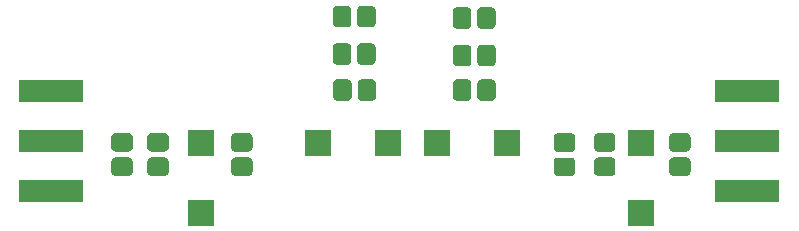
<source format=gbr>
G04 #@! TF.GenerationSoftware,KiCad,Pcbnew,(6.0.0-rc1-dev-305-gf0b8b21)*
G04 #@! TF.CreationDate,2020-01-21T15:09:04-08:00*
G04 #@! TF.ProjectId,3rd Order Inverse Chebyshev,337264204F7264657220496E76657273,rev?*
G04 #@! TF.SameCoordinates,Original*
G04 #@! TF.FileFunction,Soldermask,Top*
G04 #@! TF.FilePolarity,Negative*
%FSLAX46Y46*%
G04 Gerber Fmt 4.6, Leading zero omitted, Abs format (unit mm)*
G04 Created by KiCad (PCBNEW (6.0.0-rc1-dev-305-gf0b8b21)) date Tuesday, January 21, 2020 at 03:09:04 PM*
%MOMM*%
%LPD*%
G01*
G04 APERTURE LIST*
%ADD10C,0.100000*%
%ADD11C,1.550000*%
%ADD12R,2.178000X2.178000*%
%ADD13R,5.480000X1.900000*%
G04 APERTURE END LIST*
D10*
G04 #@! TO.C,C1*
G36*
X128240071Y-42524623D02*
X128272781Y-42529475D01*
X128304857Y-42537509D01*
X128335991Y-42548649D01*
X128365884Y-42562787D01*
X128394247Y-42579787D01*
X128420807Y-42599485D01*
X128445308Y-42621692D01*
X128467515Y-42646193D01*
X128487213Y-42672753D01*
X128504213Y-42701116D01*
X128518351Y-42731009D01*
X128529491Y-42762143D01*
X128537525Y-42794219D01*
X128542377Y-42826929D01*
X128544000Y-42859956D01*
X128544000Y-43736044D01*
X128542377Y-43769071D01*
X128537525Y-43801781D01*
X128529491Y-43833857D01*
X128518351Y-43864991D01*
X128504213Y-43894884D01*
X128487213Y-43923247D01*
X128467515Y-43949807D01*
X128445308Y-43974308D01*
X128420807Y-43996515D01*
X128394247Y-44016213D01*
X128365884Y-44033213D01*
X128335991Y-44047351D01*
X128304857Y-44058491D01*
X128272781Y-44066525D01*
X128240071Y-44071377D01*
X128207044Y-44073000D01*
X127080956Y-44073000D01*
X127047929Y-44071377D01*
X127015219Y-44066525D01*
X126983143Y-44058491D01*
X126952009Y-44047351D01*
X126922116Y-44033213D01*
X126893753Y-44016213D01*
X126867193Y-43996515D01*
X126842692Y-43974308D01*
X126820485Y-43949807D01*
X126800787Y-43923247D01*
X126783787Y-43894884D01*
X126769649Y-43864991D01*
X126758509Y-43833857D01*
X126750475Y-43801781D01*
X126745623Y-43769071D01*
X126744000Y-43736044D01*
X126744000Y-42859956D01*
X126745623Y-42826929D01*
X126750475Y-42794219D01*
X126758509Y-42762143D01*
X126769649Y-42731009D01*
X126783787Y-42701116D01*
X126800787Y-42672753D01*
X126820485Y-42646193D01*
X126842692Y-42621692D01*
X126867193Y-42599485D01*
X126893753Y-42579787D01*
X126922116Y-42562787D01*
X126952009Y-42548649D01*
X126983143Y-42537509D01*
X127015219Y-42529475D01*
X127047929Y-42524623D01*
X127080956Y-42523000D01*
X128207044Y-42523000D01*
X128240071Y-42524623D01*
X128240071Y-42524623D01*
G37*
D11*
X127644000Y-43298000D03*
D10*
G36*
X128240071Y-44574623D02*
X128272781Y-44579475D01*
X128304857Y-44587509D01*
X128335991Y-44598649D01*
X128365884Y-44612787D01*
X128394247Y-44629787D01*
X128420807Y-44649485D01*
X128445308Y-44671692D01*
X128467515Y-44696193D01*
X128487213Y-44722753D01*
X128504213Y-44751116D01*
X128518351Y-44781009D01*
X128529491Y-44812143D01*
X128537525Y-44844219D01*
X128542377Y-44876929D01*
X128544000Y-44909956D01*
X128544000Y-45786044D01*
X128542377Y-45819071D01*
X128537525Y-45851781D01*
X128529491Y-45883857D01*
X128518351Y-45914991D01*
X128504213Y-45944884D01*
X128487213Y-45973247D01*
X128467515Y-45999807D01*
X128445308Y-46024308D01*
X128420807Y-46046515D01*
X128394247Y-46066213D01*
X128365884Y-46083213D01*
X128335991Y-46097351D01*
X128304857Y-46108491D01*
X128272781Y-46116525D01*
X128240071Y-46121377D01*
X128207044Y-46123000D01*
X127080956Y-46123000D01*
X127047929Y-46121377D01*
X127015219Y-46116525D01*
X126983143Y-46108491D01*
X126952009Y-46097351D01*
X126922116Y-46083213D01*
X126893753Y-46066213D01*
X126867193Y-46046515D01*
X126842692Y-46024308D01*
X126820485Y-45999807D01*
X126800787Y-45973247D01*
X126783787Y-45944884D01*
X126769649Y-45914991D01*
X126758509Y-45883857D01*
X126750475Y-45851781D01*
X126745623Y-45819071D01*
X126744000Y-45786044D01*
X126744000Y-44909956D01*
X126745623Y-44876929D01*
X126750475Y-44844219D01*
X126758509Y-44812143D01*
X126769649Y-44781009D01*
X126783787Y-44751116D01*
X126800787Y-44722753D01*
X126820485Y-44696193D01*
X126842692Y-44671692D01*
X126867193Y-44649485D01*
X126893753Y-44629787D01*
X126922116Y-44612787D01*
X126952009Y-44598649D01*
X126983143Y-44587509D01*
X127015219Y-44579475D01*
X127047929Y-44574623D01*
X127080956Y-44573000D01*
X128207044Y-44573000D01*
X128240071Y-44574623D01*
X128240071Y-44574623D01*
G37*
D11*
X127644000Y-45348000D03*
G04 #@! TD*
D10*
G04 #@! TO.C,C2*
G36*
X131288071Y-44574623D02*
X131320781Y-44579475D01*
X131352857Y-44587509D01*
X131383991Y-44598649D01*
X131413884Y-44612787D01*
X131442247Y-44629787D01*
X131468807Y-44649485D01*
X131493308Y-44671692D01*
X131515515Y-44696193D01*
X131535213Y-44722753D01*
X131552213Y-44751116D01*
X131566351Y-44781009D01*
X131577491Y-44812143D01*
X131585525Y-44844219D01*
X131590377Y-44876929D01*
X131592000Y-44909956D01*
X131592000Y-45786044D01*
X131590377Y-45819071D01*
X131585525Y-45851781D01*
X131577491Y-45883857D01*
X131566351Y-45914991D01*
X131552213Y-45944884D01*
X131535213Y-45973247D01*
X131515515Y-45999807D01*
X131493308Y-46024308D01*
X131468807Y-46046515D01*
X131442247Y-46066213D01*
X131413884Y-46083213D01*
X131383991Y-46097351D01*
X131352857Y-46108491D01*
X131320781Y-46116525D01*
X131288071Y-46121377D01*
X131255044Y-46123000D01*
X130128956Y-46123000D01*
X130095929Y-46121377D01*
X130063219Y-46116525D01*
X130031143Y-46108491D01*
X130000009Y-46097351D01*
X129970116Y-46083213D01*
X129941753Y-46066213D01*
X129915193Y-46046515D01*
X129890692Y-46024308D01*
X129868485Y-45999807D01*
X129848787Y-45973247D01*
X129831787Y-45944884D01*
X129817649Y-45914991D01*
X129806509Y-45883857D01*
X129798475Y-45851781D01*
X129793623Y-45819071D01*
X129792000Y-45786044D01*
X129792000Y-44909956D01*
X129793623Y-44876929D01*
X129798475Y-44844219D01*
X129806509Y-44812143D01*
X129817649Y-44781009D01*
X129831787Y-44751116D01*
X129848787Y-44722753D01*
X129868485Y-44696193D01*
X129890692Y-44671692D01*
X129915193Y-44649485D01*
X129941753Y-44629787D01*
X129970116Y-44612787D01*
X130000009Y-44598649D01*
X130031143Y-44587509D01*
X130063219Y-44579475D01*
X130095929Y-44574623D01*
X130128956Y-44573000D01*
X131255044Y-44573000D01*
X131288071Y-44574623D01*
X131288071Y-44574623D01*
G37*
D11*
X130692000Y-45348000D03*
D10*
G36*
X131288071Y-42524623D02*
X131320781Y-42529475D01*
X131352857Y-42537509D01*
X131383991Y-42548649D01*
X131413884Y-42562787D01*
X131442247Y-42579787D01*
X131468807Y-42599485D01*
X131493308Y-42621692D01*
X131515515Y-42646193D01*
X131535213Y-42672753D01*
X131552213Y-42701116D01*
X131566351Y-42731009D01*
X131577491Y-42762143D01*
X131585525Y-42794219D01*
X131590377Y-42826929D01*
X131592000Y-42859956D01*
X131592000Y-43736044D01*
X131590377Y-43769071D01*
X131585525Y-43801781D01*
X131577491Y-43833857D01*
X131566351Y-43864991D01*
X131552213Y-43894884D01*
X131535213Y-43923247D01*
X131515515Y-43949807D01*
X131493308Y-43974308D01*
X131468807Y-43996515D01*
X131442247Y-44016213D01*
X131413884Y-44033213D01*
X131383991Y-44047351D01*
X131352857Y-44058491D01*
X131320781Y-44066525D01*
X131288071Y-44071377D01*
X131255044Y-44073000D01*
X130128956Y-44073000D01*
X130095929Y-44071377D01*
X130063219Y-44066525D01*
X130031143Y-44058491D01*
X130000009Y-44047351D01*
X129970116Y-44033213D01*
X129941753Y-44016213D01*
X129915193Y-43996515D01*
X129890692Y-43974308D01*
X129868485Y-43949807D01*
X129848787Y-43923247D01*
X129831787Y-43894884D01*
X129817649Y-43864991D01*
X129806509Y-43833857D01*
X129798475Y-43801781D01*
X129793623Y-43769071D01*
X129792000Y-43736044D01*
X129792000Y-42859956D01*
X129793623Y-42826929D01*
X129798475Y-42794219D01*
X129806509Y-42762143D01*
X129817649Y-42731009D01*
X129831787Y-42701116D01*
X129848787Y-42672753D01*
X129868485Y-42646193D01*
X129890692Y-42621692D01*
X129915193Y-42599485D01*
X129941753Y-42579787D01*
X129970116Y-42562787D01*
X130000009Y-42548649D01*
X130031143Y-42537509D01*
X130063219Y-42529475D01*
X130095929Y-42524623D01*
X130128956Y-42523000D01*
X131255044Y-42523000D01*
X131288071Y-42524623D01*
X131288071Y-42524623D01*
G37*
D11*
X130692000Y-43298000D03*
G04 #@! TD*
D12*
G04 #@! TO.C,C3*
X134366000Y-43307000D03*
X134366000Y-49242472D03*
G04 #@! TD*
G04 #@! TO.C,C5*
X144272000Y-43307000D03*
X150207472Y-43307000D03*
G04 #@! TD*
G04 #@! TO.C,C7*
X160274000Y-43307000D03*
X154338528Y-43307000D03*
G04 #@! TD*
D10*
G04 #@! TO.C,C8*
G36*
X175475071Y-42524623D02*
X175507781Y-42529475D01*
X175539857Y-42537509D01*
X175570991Y-42548649D01*
X175600884Y-42562787D01*
X175629247Y-42579787D01*
X175655807Y-42599485D01*
X175680308Y-42621692D01*
X175702515Y-42646193D01*
X175722213Y-42672753D01*
X175739213Y-42701116D01*
X175753351Y-42731009D01*
X175764491Y-42762143D01*
X175772525Y-42794219D01*
X175777377Y-42826929D01*
X175779000Y-42859956D01*
X175779000Y-43736044D01*
X175777377Y-43769071D01*
X175772525Y-43801781D01*
X175764491Y-43833857D01*
X175753351Y-43864991D01*
X175739213Y-43894884D01*
X175722213Y-43923247D01*
X175702515Y-43949807D01*
X175680308Y-43974308D01*
X175655807Y-43996515D01*
X175629247Y-44016213D01*
X175600884Y-44033213D01*
X175570991Y-44047351D01*
X175539857Y-44058491D01*
X175507781Y-44066525D01*
X175475071Y-44071377D01*
X175442044Y-44073000D01*
X174315956Y-44073000D01*
X174282929Y-44071377D01*
X174250219Y-44066525D01*
X174218143Y-44058491D01*
X174187009Y-44047351D01*
X174157116Y-44033213D01*
X174128753Y-44016213D01*
X174102193Y-43996515D01*
X174077692Y-43974308D01*
X174055485Y-43949807D01*
X174035787Y-43923247D01*
X174018787Y-43894884D01*
X174004649Y-43864991D01*
X173993509Y-43833857D01*
X173985475Y-43801781D01*
X173980623Y-43769071D01*
X173979000Y-43736044D01*
X173979000Y-42859956D01*
X173980623Y-42826929D01*
X173985475Y-42794219D01*
X173993509Y-42762143D01*
X174004649Y-42731009D01*
X174018787Y-42701116D01*
X174035787Y-42672753D01*
X174055485Y-42646193D01*
X174077692Y-42621692D01*
X174102193Y-42599485D01*
X174128753Y-42579787D01*
X174157116Y-42562787D01*
X174187009Y-42548649D01*
X174218143Y-42537509D01*
X174250219Y-42529475D01*
X174282929Y-42524623D01*
X174315956Y-42523000D01*
X175442044Y-42523000D01*
X175475071Y-42524623D01*
X175475071Y-42524623D01*
G37*
D11*
X174879000Y-43298000D03*
D10*
G36*
X175475071Y-44574623D02*
X175507781Y-44579475D01*
X175539857Y-44587509D01*
X175570991Y-44598649D01*
X175600884Y-44612787D01*
X175629247Y-44629787D01*
X175655807Y-44649485D01*
X175680308Y-44671692D01*
X175702515Y-44696193D01*
X175722213Y-44722753D01*
X175739213Y-44751116D01*
X175753351Y-44781009D01*
X175764491Y-44812143D01*
X175772525Y-44844219D01*
X175777377Y-44876929D01*
X175779000Y-44909956D01*
X175779000Y-45786044D01*
X175777377Y-45819071D01*
X175772525Y-45851781D01*
X175764491Y-45883857D01*
X175753351Y-45914991D01*
X175739213Y-45944884D01*
X175722213Y-45973247D01*
X175702515Y-45999807D01*
X175680308Y-46024308D01*
X175655807Y-46046515D01*
X175629247Y-46066213D01*
X175600884Y-46083213D01*
X175570991Y-46097351D01*
X175539857Y-46108491D01*
X175507781Y-46116525D01*
X175475071Y-46121377D01*
X175442044Y-46123000D01*
X174315956Y-46123000D01*
X174282929Y-46121377D01*
X174250219Y-46116525D01*
X174218143Y-46108491D01*
X174187009Y-46097351D01*
X174157116Y-46083213D01*
X174128753Y-46066213D01*
X174102193Y-46046515D01*
X174077692Y-46024308D01*
X174055485Y-45999807D01*
X174035787Y-45973247D01*
X174018787Y-45944884D01*
X174004649Y-45914991D01*
X173993509Y-45883857D01*
X173985475Y-45851781D01*
X173980623Y-45819071D01*
X173979000Y-45786044D01*
X173979000Y-44909956D01*
X173980623Y-44876929D01*
X173985475Y-44844219D01*
X173993509Y-44812143D01*
X174004649Y-44781009D01*
X174018787Y-44751116D01*
X174035787Y-44722753D01*
X174055485Y-44696193D01*
X174077692Y-44671692D01*
X174102193Y-44649485D01*
X174128753Y-44629787D01*
X174157116Y-44612787D01*
X174187009Y-44598649D01*
X174218143Y-44587509D01*
X174250219Y-44579475D01*
X174282929Y-44574623D01*
X174315956Y-44573000D01*
X175442044Y-44573000D01*
X175475071Y-44574623D01*
X175475071Y-44574623D01*
G37*
D11*
X174879000Y-45348000D03*
G04 #@! TD*
D10*
G04 #@! TO.C,C9*
G36*
X165696071Y-44583623D02*
X165728781Y-44588475D01*
X165760857Y-44596509D01*
X165791991Y-44607649D01*
X165821884Y-44621787D01*
X165850247Y-44638787D01*
X165876807Y-44658485D01*
X165901308Y-44680692D01*
X165923515Y-44705193D01*
X165943213Y-44731753D01*
X165960213Y-44760116D01*
X165974351Y-44790009D01*
X165985491Y-44821143D01*
X165993525Y-44853219D01*
X165998377Y-44885929D01*
X166000000Y-44918956D01*
X166000000Y-45795044D01*
X165998377Y-45828071D01*
X165993525Y-45860781D01*
X165985491Y-45892857D01*
X165974351Y-45923991D01*
X165960213Y-45953884D01*
X165943213Y-45982247D01*
X165923515Y-46008807D01*
X165901308Y-46033308D01*
X165876807Y-46055515D01*
X165850247Y-46075213D01*
X165821884Y-46092213D01*
X165791991Y-46106351D01*
X165760857Y-46117491D01*
X165728781Y-46125525D01*
X165696071Y-46130377D01*
X165663044Y-46132000D01*
X164536956Y-46132000D01*
X164503929Y-46130377D01*
X164471219Y-46125525D01*
X164439143Y-46117491D01*
X164408009Y-46106351D01*
X164378116Y-46092213D01*
X164349753Y-46075213D01*
X164323193Y-46055515D01*
X164298692Y-46033308D01*
X164276485Y-46008807D01*
X164256787Y-45982247D01*
X164239787Y-45953884D01*
X164225649Y-45923991D01*
X164214509Y-45892857D01*
X164206475Y-45860781D01*
X164201623Y-45828071D01*
X164200000Y-45795044D01*
X164200000Y-44918956D01*
X164201623Y-44885929D01*
X164206475Y-44853219D01*
X164214509Y-44821143D01*
X164225649Y-44790009D01*
X164239787Y-44760116D01*
X164256787Y-44731753D01*
X164276485Y-44705193D01*
X164298692Y-44680692D01*
X164323193Y-44658485D01*
X164349753Y-44638787D01*
X164378116Y-44621787D01*
X164408009Y-44607649D01*
X164439143Y-44596509D01*
X164471219Y-44588475D01*
X164503929Y-44583623D01*
X164536956Y-44582000D01*
X165663044Y-44582000D01*
X165696071Y-44583623D01*
X165696071Y-44583623D01*
G37*
D11*
X165100000Y-45357000D03*
D10*
G36*
X165696071Y-42533623D02*
X165728781Y-42538475D01*
X165760857Y-42546509D01*
X165791991Y-42557649D01*
X165821884Y-42571787D01*
X165850247Y-42588787D01*
X165876807Y-42608485D01*
X165901308Y-42630692D01*
X165923515Y-42655193D01*
X165943213Y-42681753D01*
X165960213Y-42710116D01*
X165974351Y-42740009D01*
X165985491Y-42771143D01*
X165993525Y-42803219D01*
X165998377Y-42835929D01*
X166000000Y-42868956D01*
X166000000Y-43745044D01*
X165998377Y-43778071D01*
X165993525Y-43810781D01*
X165985491Y-43842857D01*
X165974351Y-43873991D01*
X165960213Y-43903884D01*
X165943213Y-43932247D01*
X165923515Y-43958807D01*
X165901308Y-43983308D01*
X165876807Y-44005515D01*
X165850247Y-44025213D01*
X165821884Y-44042213D01*
X165791991Y-44056351D01*
X165760857Y-44067491D01*
X165728781Y-44075525D01*
X165696071Y-44080377D01*
X165663044Y-44082000D01*
X164536956Y-44082000D01*
X164503929Y-44080377D01*
X164471219Y-44075525D01*
X164439143Y-44067491D01*
X164408009Y-44056351D01*
X164378116Y-44042213D01*
X164349753Y-44025213D01*
X164323193Y-44005515D01*
X164298692Y-43983308D01*
X164276485Y-43958807D01*
X164256787Y-43932247D01*
X164239787Y-43903884D01*
X164225649Y-43873991D01*
X164214509Y-43842857D01*
X164206475Y-43810781D01*
X164201623Y-43778071D01*
X164200000Y-43745044D01*
X164200000Y-42868956D01*
X164201623Y-42835929D01*
X164206475Y-42803219D01*
X164214509Y-42771143D01*
X164225649Y-42740009D01*
X164239787Y-42710116D01*
X164256787Y-42681753D01*
X164276485Y-42655193D01*
X164298692Y-42630692D01*
X164323193Y-42608485D01*
X164349753Y-42588787D01*
X164378116Y-42571787D01*
X164408009Y-42557649D01*
X164439143Y-42546509D01*
X164471219Y-42538475D01*
X164503929Y-42533623D01*
X164536956Y-42532000D01*
X165663044Y-42532000D01*
X165696071Y-42533623D01*
X165696071Y-42533623D01*
G37*
D11*
X165100000Y-43307000D03*
G04 #@! TD*
D12*
G04 #@! TO.C,C10*
X171577000Y-49242472D03*
X171577000Y-43307000D03*
G04 #@! TD*
D13*
G04 #@! TO.C,J1*
X121666000Y-43180000D03*
X121666000Y-47430000D03*
X121666000Y-38930000D03*
G04 #@! TD*
G04 #@! TO.C,J2*
X180594000Y-47430000D03*
X180594000Y-38930000D03*
X180594000Y-43180000D03*
G04 #@! TD*
D10*
G04 #@! TO.C,L1*
G36*
X138391071Y-42524623D02*
X138423781Y-42529475D01*
X138455857Y-42537509D01*
X138486991Y-42548649D01*
X138516884Y-42562787D01*
X138545247Y-42579787D01*
X138571807Y-42599485D01*
X138596308Y-42621692D01*
X138618515Y-42646193D01*
X138638213Y-42672753D01*
X138655213Y-42701116D01*
X138669351Y-42731009D01*
X138680491Y-42762143D01*
X138688525Y-42794219D01*
X138693377Y-42826929D01*
X138695000Y-42859956D01*
X138695000Y-43736044D01*
X138693377Y-43769071D01*
X138688525Y-43801781D01*
X138680491Y-43833857D01*
X138669351Y-43864991D01*
X138655213Y-43894884D01*
X138638213Y-43923247D01*
X138618515Y-43949807D01*
X138596308Y-43974308D01*
X138571807Y-43996515D01*
X138545247Y-44016213D01*
X138516884Y-44033213D01*
X138486991Y-44047351D01*
X138455857Y-44058491D01*
X138423781Y-44066525D01*
X138391071Y-44071377D01*
X138358044Y-44073000D01*
X137231956Y-44073000D01*
X137198929Y-44071377D01*
X137166219Y-44066525D01*
X137134143Y-44058491D01*
X137103009Y-44047351D01*
X137073116Y-44033213D01*
X137044753Y-44016213D01*
X137018193Y-43996515D01*
X136993692Y-43974308D01*
X136971485Y-43949807D01*
X136951787Y-43923247D01*
X136934787Y-43894884D01*
X136920649Y-43864991D01*
X136909509Y-43833857D01*
X136901475Y-43801781D01*
X136896623Y-43769071D01*
X136895000Y-43736044D01*
X136895000Y-42859956D01*
X136896623Y-42826929D01*
X136901475Y-42794219D01*
X136909509Y-42762143D01*
X136920649Y-42731009D01*
X136934787Y-42701116D01*
X136951787Y-42672753D01*
X136971485Y-42646193D01*
X136993692Y-42621692D01*
X137018193Y-42599485D01*
X137044753Y-42579787D01*
X137073116Y-42562787D01*
X137103009Y-42548649D01*
X137134143Y-42537509D01*
X137166219Y-42529475D01*
X137198929Y-42524623D01*
X137231956Y-42523000D01*
X138358044Y-42523000D01*
X138391071Y-42524623D01*
X138391071Y-42524623D01*
G37*
D11*
X137795000Y-43298000D03*
D10*
G36*
X138391071Y-44574623D02*
X138423781Y-44579475D01*
X138455857Y-44587509D01*
X138486991Y-44598649D01*
X138516884Y-44612787D01*
X138545247Y-44629787D01*
X138571807Y-44649485D01*
X138596308Y-44671692D01*
X138618515Y-44696193D01*
X138638213Y-44722753D01*
X138655213Y-44751116D01*
X138669351Y-44781009D01*
X138680491Y-44812143D01*
X138688525Y-44844219D01*
X138693377Y-44876929D01*
X138695000Y-44909956D01*
X138695000Y-45786044D01*
X138693377Y-45819071D01*
X138688525Y-45851781D01*
X138680491Y-45883857D01*
X138669351Y-45914991D01*
X138655213Y-45944884D01*
X138638213Y-45973247D01*
X138618515Y-45999807D01*
X138596308Y-46024308D01*
X138571807Y-46046515D01*
X138545247Y-46066213D01*
X138516884Y-46083213D01*
X138486991Y-46097351D01*
X138455857Y-46108491D01*
X138423781Y-46116525D01*
X138391071Y-46121377D01*
X138358044Y-46123000D01*
X137231956Y-46123000D01*
X137198929Y-46121377D01*
X137166219Y-46116525D01*
X137134143Y-46108491D01*
X137103009Y-46097351D01*
X137073116Y-46083213D01*
X137044753Y-46066213D01*
X137018193Y-46046515D01*
X136993692Y-46024308D01*
X136971485Y-45999807D01*
X136951787Y-45973247D01*
X136934787Y-45944884D01*
X136920649Y-45914991D01*
X136909509Y-45883857D01*
X136901475Y-45851781D01*
X136896623Y-45819071D01*
X136895000Y-45786044D01*
X136895000Y-44909956D01*
X136896623Y-44876929D01*
X136901475Y-44844219D01*
X136909509Y-44812143D01*
X136920649Y-44781009D01*
X136934787Y-44751116D01*
X136951787Y-44722753D01*
X136971485Y-44696193D01*
X136993692Y-44671692D01*
X137018193Y-44649485D01*
X137044753Y-44629787D01*
X137073116Y-44612787D01*
X137103009Y-44598649D01*
X137134143Y-44587509D01*
X137166219Y-44579475D01*
X137198929Y-44574623D01*
X137231956Y-44573000D01*
X138358044Y-44573000D01*
X138391071Y-44574623D01*
X138391071Y-44574623D01*
G37*
D11*
X137795000Y-45348000D03*
G04 #@! TD*
D10*
G04 #@! TO.C,L2*
G36*
X148807071Y-31740623D02*
X148839781Y-31745475D01*
X148871857Y-31753509D01*
X148902991Y-31764649D01*
X148932884Y-31778787D01*
X148961247Y-31795787D01*
X148987807Y-31815485D01*
X149012308Y-31837692D01*
X149034515Y-31862193D01*
X149054213Y-31888753D01*
X149071213Y-31917116D01*
X149085351Y-31947009D01*
X149096491Y-31978143D01*
X149104525Y-32010219D01*
X149109377Y-32042929D01*
X149111000Y-32075956D01*
X149111000Y-33202044D01*
X149109377Y-33235071D01*
X149104525Y-33267781D01*
X149096491Y-33299857D01*
X149085351Y-33330991D01*
X149071213Y-33360884D01*
X149054213Y-33389247D01*
X149034515Y-33415807D01*
X149012308Y-33440308D01*
X148987807Y-33462515D01*
X148961247Y-33482213D01*
X148932884Y-33499213D01*
X148902991Y-33513351D01*
X148871857Y-33524491D01*
X148839781Y-33532525D01*
X148807071Y-33537377D01*
X148774044Y-33539000D01*
X147897956Y-33539000D01*
X147864929Y-33537377D01*
X147832219Y-33532525D01*
X147800143Y-33524491D01*
X147769009Y-33513351D01*
X147739116Y-33499213D01*
X147710753Y-33482213D01*
X147684193Y-33462515D01*
X147659692Y-33440308D01*
X147637485Y-33415807D01*
X147617787Y-33389247D01*
X147600787Y-33360884D01*
X147586649Y-33330991D01*
X147575509Y-33299857D01*
X147567475Y-33267781D01*
X147562623Y-33235071D01*
X147561000Y-33202044D01*
X147561000Y-32075956D01*
X147562623Y-32042929D01*
X147567475Y-32010219D01*
X147575509Y-31978143D01*
X147586649Y-31947009D01*
X147600787Y-31917116D01*
X147617787Y-31888753D01*
X147637485Y-31862193D01*
X147659692Y-31837692D01*
X147684193Y-31815485D01*
X147710753Y-31795787D01*
X147739116Y-31778787D01*
X147769009Y-31764649D01*
X147800143Y-31753509D01*
X147832219Y-31745475D01*
X147864929Y-31740623D01*
X147897956Y-31739000D01*
X148774044Y-31739000D01*
X148807071Y-31740623D01*
X148807071Y-31740623D01*
G37*
D11*
X148336000Y-32639000D03*
D10*
G36*
X146757071Y-31740623D02*
X146789781Y-31745475D01*
X146821857Y-31753509D01*
X146852991Y-31764649D01*
X146882884Y-31778787D01*
X146911247Y-31795787D01*
X146937807Y-31815485D01*
X146962308Y-31837692D01*
X146984515Y-31862193D01*
X147004213Y-31888753D01*
X147021213Y-31917116D01*
X147035351Y-31947009D01*
X147046491Y-31978143D01*
X147054525Y-32010219D01*
X147059377Y-32042929D01*
X147061000Y-32075956D01*
X147061000Y-33202044D01*
X147059377Y-33235071D01*
X147054525Y-33267781D01*
X147046491Y-33299857D01*
X147035351Y-33330991D01*
X147021213Y-33360884D01*
X147004213Y-33389247D01*
X146984515Y-33415807D01*
X146962308Y-33440308D01*
X146937807Y-33462515D01*
X146911247Y-33482213D01*
X146882884Y-33499213D01*
X146852991Y-33513351D01*
X146821857Y-33524491D01*
X146789781Y-33532525D01*
X146757071Y-33537377D01*
X146724044Y-33539000D01*
X145847956Y-33539000D01*
X145814929Y-33537377D01*
X145782219Y-33532525D01*
X145750143Y-33524491D01*
X145719009Y-33513351D01*
X145689116Y-33499213D01*
X145660753Y-33482213D01*
X145634193Y-33462515D01*
X145609692Y-33440308D01*
X145587485Y-33415807D01*
X145567787Y-33389247D01*
X145550787Y-33360884D01*
X145536649Y-33330991D01*
X145525509Y-33299857D01*
X145517475Y-33267781D01*
X145512623Y-33235071D01*
X145511000Y-33202044D01*
X145511000Y-32075956D01*
X145512623Y-32042929D01*
X145517475Y-32010219D01*
X145525509Y-31978143D01*
X145536649Y-31947009D01*
X145550787Y-31917116D01*
X145567787Y-31888753D01*
X145587485Y-31862193D01*
X145609692Y-31837692D01*
X145634193Y-31815485D01*
X145660753Y-31795787D01*
X145689116Y-31778787D01*
X145719009Y-31764649D01*
X145750143Y-31753509D01*
X145782219Y-31745475D01*
X145814929Y-31740623D01*
X145847956Y-31739000D01*
X146724044Y-31739000D01*
X146757071Y-31740623D01*
X146757071Y-31740623D01*
G37*
D11*
X146286000Y-32639000D03*
G04 #@! TD*
D10*
G04 #@! TO.C,L3*
G36*
X148807071Y-34915623D02*
X148839781Y-34920475D01*
X148871857Y-34928509D01*
X148902991Y-34939649D01*
X148932884Y-34953787D01*
X148961247Y-34970787D01*
X148987807Y-34990485D01*
X149012308Y-35012692D01*
X149034515Y-35037193D01*
X149054213Y-35063753D01*
X149071213Y-35092116D01*
X149085351Y-35122009D01*
X149096491Y-35153143D01*
X149104525Y-35185219D01*
X149109377Y-35217929D01*
X149111000Y-35250956D01*
X149111000Y-36377044D01*
X149109377Y-36410071D01*
X149104525Y-36442781D01*
X149096491Y-36474857D01*
X149085351Y-36505991D01*
X149071213Y-36535884D01*
X149054213Y-36564247D01*
X149034515Y-36590807D01*
X149012308Y-36615308D01*
X148987807Y-36637515D01*
X148961247Y-36657213D01*
X148932884Y-36674213D01*
X148902991Y-36688351D01*
X148871857Y-36699491D01*
X148839781Y-36707525D01*
X148807071Y-36712377D01*
X148774044Y-36714000D01*
X147897956Y-36714000D01*
X147864929Y-36712377D01*
X147832219Y-36707525D01*
X147800143Y-36699491D01*
X147769009Y-36688351D01*
X147739116Y-36674213D01*
X147710753Y-36657213D01*
X147684193Y-36637515D01*
X147659692Y-36615308D01*
X147637485Y-36590807D01*
X147617787Y-36564247D01*
X147600787Y-36535884D01*
X147586649Y-36505991D01*
X147575509Y-36474857D01*
X147567475Y-36442781D01*
X147562623Y-36410071D01*
X147561000Y-36377044D01*
X147561000Y-35250956D01*
X147562623Y-35217929D01*
X147567475Y-35185219D01*
X147575509Y-35153143D01*
X147586649Y-35122009D01*
X147600787Y-35092116D01*
X147617787Y-35063753D01*
X147637485Y-35037193D01*
X147659692Y-35012692D01*
X147684193Y-34990485D01*
X147710753Y-34970787D01*
X147739116Y-34953787D01*
X147769009Y-34939649D01*
X147800143Y-34928509D01*
X147832219Y-34920475D01*
X147864929Y-34915623D01*
X147897956Y-34914000D01*
X148774044Y-34914000D01*
X148807071Y-34915623D01*
X148807071Y-34915623D01*
G37*
D11*
X148336000Y-35814000D03*
D10*
G36*
X146757071Y-34915623D02*
X146789781Y-34920475D01*
X146821857Y-34928509D01*
X146852991Y-34939649D01*
X146882884Y-34953787D01*
X146911247Y-34970787D01*
X146937807Y-34990485D01*
X146962308Y-35012692D01*
X146984515Y-35037193D01*
X147004213Y-35063753D01*
X147021213Y-35092116D01*
X147035351Y-35122009D01*
X147046491Y-35153143D01*
X147054525Y-35185219D01*
X147059377Y-35217929D01*
X147061000Y-35250956D01*
X147061000Y-36377044D01*
X147059377Y-36410071D01*
X147054525Y-36442781D01*
X147046491Y-36474857D01*
X147035351Y-36505991D01*
X147021213Y-36535884D01*
X147004213Y-36564247D01*
X146984515Y-36590807D01*
X146962308Y-36615308D01*
X146937807Y-36637515D01*
X146911247Y-36657213D01*
X146882884Y-36674213D01*
X146852991Y-36688351D01*
X146821857Y-36699491D01*
X146789781Y-36707525D01*
X146757071Y-36712377D01*
X146724044Y-36714000D01*
X145847956Y-36714000D01*
X145814929Y-36712377D01*
X145782219Y-36707525D01*
X145750143Y-36699491D01*
X145719009Y-36688351D01*
X145689116Y-36674213D01*
X145660753Y-36657213D01*
X145634193Y-36637515D01*
X145609692Y-36615308D01*
X145587485Y-36590807D01*
X145567787Y-36564247D01*
X145550787Y-36535884D01*
X145536649Y-36505991D01*
X145525509Y-36474857D01*
X145517475Y-36442781D01*
X145512623Y-36410071D01*
X145511000Y-36377044D01*
X145511000Y-35250956D01*
X145512623Y-35217929D01*
X145517475Y-35185219D01*
X145525509Y-35153143D01*
X145536649Y-35122009D01*
X145550787Y-35092116D01*
X145567787Y-35063753D01*
X145587485Y-35037193D01*
X145609692Y-35012692D01*
X145634193Y-34990485D01*
X145660753Y-34970787D01*
X145689116Y-34953787D01*
X145719009Y-34939649D01*
X145750143Y-34928509D01*
X145782219Y-34920475D01*
X145814929Y-34915623D01*
X145847956Y-34914000D01*
X146724044Y-34914000D01*
X146757071Y-34915623D01*
X146757071Y-34915623D01*
G37*
D11*
X146286000Y-35814000D03*
G04 #@! TD*
D10*
G04 #@! TO.C,L4*
G36*
X156917071Y-31867623D02*
X156949781Y-31872475D01*
X156981857Y-31880509D01*
X157012991Y-31891649D01*
X157042884Y-31905787D01*
X157071247Y-31922787D01*
X157097807Y-31942485D01*
X157122308Y-31964692D01*
X157144515Y-31989193D01*
X157164213Y-32015753D01*
X157181213Y-32044116D01*
X157195351Y-32074009D01*
X157206491Y-32105143D01*
X157214525Y-32137219D01*
X157219377Y-32169929D01*
X157221000Y-32202956D01*
X157221000Y-33329044D01*
X157219377Y-33362071D01*
X157214525Y-33394781D01*
X157206491Y-33426857D01*
X157195351Y-33457991D01*
X157181213Y-33487884D01*
X157164213Y-33516247D01*
X157144515Y-33542807D01*
X157122308Y-33567308D01*
X157097807Y-33589515D01*
X157071247Y-33609213D01*
X157042884Y-33626213D01*
X157012991Y-33640351D01*
X156981857Y-33651491D01*
X156949781Y-33659525D01*
X156917071Y-33664377D01*
X156884044Y-33666000D01*
X156007956Y-33666000D01*
X155974929Y-33664377D01*
X155942219Y-33659525D01*
X155910143Y-33651491D01*
X155879009Y-33640351D01*
X155849116Y-33626213D01*
X155820753Y-33609213D01*
X155794193Y-33589515D01*
X155769692Y-33567308D01*
X155747485Y-33542807D01*
X155727787Y-33516247D01*
X155710787Y-33487884D01*
X155696649Y-33457991D01*
X155685509Y-33426857D01*
X155677475Y-33394781D01*
X155672623Y-33362071D01*
X155671000Y-33329044D01*
X155671000Y-32202956D01*
X155672623Y-32169929D01*
X155677475Y-32137219D01*
X155685509Y-32105143D01*
X155696649Y-32074009D01*
X155710787Y-32044116D01*
X155727787Y-32015753D01*
X155747485Y-31989193D01*
X155769692Y-31964692D01*
X155794193Y-31942485D01*
X155820753Y-31922787D01*
X155849116Y-31905787D01*
X155879009Y-31891649D01*
X155910143Y-31880509D01*
X155942219Y-31872475D01*
X155974929Y-31867623D01*
X156007956Y-31866000D01*
X156884044Y-31866000D01*
X156917071Y-31867623D01*
X156917071Y-31867623D01*
G37*
D11*
X156446000Y-32766000D03*
D10*
G36*
X158967071Y-31867623D02*
X158999781Y-31872475D01*
X159031857Y-31880509D01*
X159062991Y-31891649D01*
X159092884Y-31905787D01*
X159121247Y-31922787D01*
X159147807Y-31942485D01*
X159172308Y-31964692D01*
X159194515Y-31989193D01*
X159214213Y-32015753D01*
X159231213Y-32044116D01*
X159245351Y-32074009D01*
X159256491Y-32105143D01*
X159264525Y-32137219D01*
X159269377Y-32169929D01*
X159271000Y-32202956D01*
X159271000Y-33329044D01*
X159269377Y-33362071D01*
X159264525Y-33394781D01*
X159256491Y-33426857D01*
X159245351Y-33457991D01*
X159231213Y-33487884D01*
X159214213Y-33516247D01*
X159194515Y-33542807D01*
X159172308Y-33567308D01*
X159147807Y-33589515D01*
X159121247Y-33609213D01*
X159092884Y-33626213D01*
X159062991Y-33640351D01*
X159031857Y-33651491D01*
X158999781Y-33659525D01*
X158967071Y-33664377D01*
X158934044Y-33666000D01*
X158057956Y-33666000D01*
X158024929Y-33664377D01*
X157992219Y-33659525D01*
X157960143Y-33651491D01*
X157929009Y-33640351D01*
X157899116Y-33626213D01*
X157870753Y-33609213D01*
X157844193Y-33589515D01*
X157819692Y-33567308D01*
X157797485Y-33542807D01*
X157777787Y-33516247D01*
X157760787Y-33487884D01*
X157746649Y-33457991D01*
X157735509Y-33426857D01*
X157727475Y-33394781D01*
X157722623Y-33362071D01*
X157721000Y-33329044D01*
X157721000Y-32202956D01*
X157722623Y-32169929D01*
X157727475Y-32137219D01*
X157735509Y-32105143D01*
X157746649Y-32074009D01*
X157760787Y-32044116D01*
X157777787Y-32015753D01*
X157797485Y-31989193D01*
X157819692Y-31964692D01*
X157844193Y-31942485D01*
X157870753Y-31922787D01*
X157899116Y-31905787D01*
X157929009Y-31891649D01*
X157960143Y-31880509D01*
X157992219Y-31872475D01*
X158024929Y-31867623D01*
X158057956Y-31866000D01*
X158934044Y-31866000D01*
X158967071Y-31867623D01*
X158967071Y-31867623D01*
G37*
D11*
X158496000Y-32766000D03*
G04 #@! TD*
D10*
G04 #@! TO.C,L5*
G36*
X158976071Y-35042623D02*
X159008781Y-35047475D01*
X159040857Y-35055509D01*
X159071991Y-35066649D01*
X159101884Y-35080787D01*
X159130247Y-35097787D01*
X159156807Y-35117485D01*
X159181308Y-35139692D01*
X159203515Y-35164193D01*
X159223213Y-35190753D01*
X159240213Y-35219116D01*
X159254351Y-35249009D01*
X159265491Y-35280143D01*
X159273525Y-35312219D01*
X159278377Y-35344929D01*
X159280000Y-35377956D01*
X159280000Y-36504044D01*
X159278377Y-36537071D01*
X159273525Y-36569781D01*
X159265491Y-36601857D01*
X159254351Y-36632991D01*
X159240213Y-36662884D01*
X159223213Y-36691247D01*
X159203515Y-36717807D01*
X159181308Y-36742308D01*
X159156807Y-36764515D01*
X159130247Y-36784213D01*
X159101884Y-36801213D01*
X159071991Y-36815351D01*
X159040857Y-36826491D01*
X159008781Y-36834525D01*
X158976071Y-36839377D01*
X158943044Y-36841000D01*
X158066956Y-36841000D01*
X158033929Y-36839377D01*
X158001219Y-36834525D01*
X157969143Y-36826491D01*
X157938009Y-36815351D01*
X157908116Y-36801213D01*
X157879753Y-36784213D01*
X157853193Y-36764515D01*
X157828692Y-36742308D01*
X157806485Y-36717807D01*
X157786787Y-36691247D01*
X157769787Y-36662884D01*
X157755649Y-36632991D01*
X157744509Y-36601857D01*
X157736475Y-36569781D01*
X157731623Y-36537071D01*
X157730000Y-36504044D01*
X157730000Y-35377956D01*
X157731623Y-35344929D01*
X157736475Y-35312219D01*
X157744509Y-35280143D01*
X157755649Y-35249009D01*
X157769787Y-35219116D01*
X157786787Y-35190753D01*
X157806485Y-35164193D01*
X157828692Y-35139692D01*
X157853193Y-35117485D01*
X157879753Y-35097787D01*
X157908116Y-35080787D01*
X157938009Y-35066649D01*
X157969143Y-35055509D01*
X158001219Y-35047475D01*
X158033929Y-35042623D01*
X158066956Y-35041000D01*
X158943044Y-35041000D01*
X158976071Y-35042623D01*
X158976071Y-35042623D01*
G37*
D11*
X158505000Y-35941000D03*
D10*
G36*
X156926071Y-35042623D02*
X156958781Y-35047475D01*
X156990857Y-35055509D01*
X157021991Y-35066649D01*
X157051884Y-35080787D01*
X157080247Y-35097787D01*
X157106807Y-35117485D01*
X157131308Y-35139692D01*
X157153515Y-35164193D01*
X157173213Y-35190753D01*
X157190213Y-35219116D01*
X157204351Y-35249009D01*
X157215491Y-35280143D01*
X157223525Y-35312219D01*
X157228377Y-35344929D01*
X157230000Y-35377956D01*
X157230000Y-36504044D01*
X157228377Y-36537071D01*
X157223525Y-36569781D01*
X157215491Y-36601857D01*
X157204351Y-36632991D01*
X157190213Y-36662884D01*
X157173213Y-36691247D01*
X157153515Y-36717807D01*
X157131308Y-36742308D01*
X157106807Y-36764515D01*
X157080247Y-36784213D01*
X157051884Y-36801213D01*
X157021991Y-36815351D01*
X156990857Y-36826491D01*
X156958781Y-36834525D01*
X156926071Y-36839377D01*
X156893044Y-36841000D01*
X156016956Y-36841000D01*
X155983929Y-36839377D01*
X155951219Y-36834525D01*
X155919143Y-36826491D01*
X155888009Y-36815351D01*
X155858116Y-36801213D01*
X155829753Y-36784213D01*
X155803193Y-36764515D01*
X155778692Y-36742308D01*
X155756485Y-36717807D01*
X155736787Y-36691247D01*
X155719787Y-36662884D01*
X155705649Y-36632991D01*
X155694509Y-36601857D01*
X155686475Y-36569781D01*
X155681623Y-36537071D01*
X155680000Y-36504044D01*
X155680000Y-35377956D01*
X155681623Y-35344929D01*
X155686475Y-35312219D01*
X155694509Y-35280143D01*
X155705649Y-35249009D01*
X155719787Y-35219116D01*
X155736787Y-35190753D01*
X155756485Y-35164193D01*
X155778692Y-35139692D01*
X155803193Y-35117485D01*
X155829753Y-35097787D01*
X155858116Y-35080787D01*
X155888009Y-35066649D01*
X155919143Y-35055509D01*
X155951219Y-35047475D01*
X155983929Y-35042623D01*
X156016956Y-35041000D01*
X156893044Y-35041000D01*
X156926071Y-35042623D01*
X156926071Y-35042623D01*
G37*
D11*
X156455000Y-35941000D03*
G04 #@! TD*
D10*
G04 #@! TO.C,L6*
G36*
X169116071Y-42524623D02*
X169148781Y-42529475D01*
X169180857Y-42537509D01*
X169211991Y-42548649D01*
X169241884Y-42562787D01*
X169270247Y-42579787D01*
X169296807Y-42599485D01*
X169321308Y-42621692D01*
X169343515Y-42646193D01*
X169363213Y-42672753D01*
X169380213Y-42701116D01*
X169394351Y-42731009D01*
X169405491Y-42762143D01*
X169413525Y-42794219D01*
X169418377Y-42826929D01*
X169420000Y-42859956D01*
X169420000Y-43736044D01*
X169418377Y-43769071D01*
X169413525Y-43801781D01*
X169405491Y-43833857D01*
X169394351Y-43864991D01*
X169380213Y-43894884D01*
X169363213Y-43923247D01*
X169343515Y-43949807D01*
X169321308Y-43974308D01*
X169296807Y-43996515D01*
X169270247Y-44016213D01*
X169241884Y-44033213D01*
X169211991Y-44047351D01*
X169180857Y-44058491D01*
X169148781Y-44066525D01*
X169116071Y-44071377D01*
X169083044Y-44073000D01*
X167956956Y-44073000D01*
X167923929Y-44071377D01*
X167891219Y-44066525D01*
X167859143Y-44058491D01*
X167828009Y-44047351D01*
X167798116Y-44033213D01*
X167769753Y-44016213D01*
X167743193Y-43996515D01*
X167718692Y-43974308D01*
X167696485Y-43949807D01*
X167676787Y-43923247D01*
X167659787Y-43894884D01*
X167645649Y-43864991D01*
X167634509Y-43833857D01*
X167626475Y-43801781D01*
X167621623Y-43769071D01*
X167620000Y-43736044D01*
X167620000Y-42859956D01*
X167621623Y-42826929D01*
X167626475Y-42794219D01*
X167634509Y-42762143D01*
X167645649Y-42731009D01*
X167659787Y-42701116D01*
X167676787Y-42672753D01*
X167696485Y-42646193D01*
X167718692Y-42621692D01*
X167743193Y-42599485D01*
X167769753Y-42579787D01*
X167798116Y-42562787D01*
X167828009Y-42548649D01*
X167859143Y-42537509D01*
X167891219Y-42529475D01*
X167923929Y-42524623D01*
X167956956Y-42523000D01*
X169083044Y-42523000D01*
X169116071Y-42524623D01*
X169116071Y-42524623D01*
G37*
D11*
X168520000Y-43298000D03*
D10*
G36*
X169116071Y-44574623D02*
X169148781Y-44579475D01*
X169180857Y-44587509D01*
X169211991Y-44598649D01*
X169241884Y-44612787D01*
X169270247Y-44629787D01*
X169296807Y-44649485D01*
X169321308Y-44671692D01*
X169343515Y-44696193D01*
X169363213Y-44722753D01*
X169380213Y-44751116D01*
X169394351Y-44781009D01*
X169405491Y-44812143D01*
X169413525Y-44844219D01*
X169418377Y-44876929D01*
X169420000Y-44909956D01*
X169420000Y-45786044D01*
X169418377Y-45819071D01*
X169413525Y-45851781D01*
X169405491Y-45883857D01*
X169394351Y-45914991D01*
X169380213Y-45944884D01*
X169363213Y-45973247D01*
X169343515Y-45999807D01*
X169321308Y-46024308D01*
X169296807Y-46046515D01*
X169270247Y-46066213D01*
X169241884Y-46083213D01*
X169211991Y-46097351D01*
X169180857Y-46108491D01*
X169148781Y-46116525D01*
X169116071Y-46121377D01*
X169083044Y-46123000D01*
X167956956Y-46123000D01*
X167923929Y-46121377D01*
X167891219Y-46116525D01*
X167859143Y-46108491D01*
X167828009Y-46097351D01*
X167798116Y-46083213D01*
X167769753Y-46066213D01*
X167743193Y-46046515D01*
X167718692Y-46024308D01*
X167696485Y-45999807D01*
X167676787Y-45973247D01*
X167659787Y-45944884D01*
X167645649Y-45914991D01*
X167634509Y-45883857D01*
X167626475Y-45851781D01*
X167621623Y-45819071D01*
X167620000Y-45786044D01*
X167620000Y-44909956D01*
X167621623Y-44876929D01*
X167626475Y-44844219D01*
X167634509Y-44812143D01*
X167645649Y-44781009D01*
X167659787Y-44751116D01*
X167676787Y-44722753D01*
X167696485Y-44696193D01*
X167718692Y-44671692D01*
X167743193Y-44649485D01*
X167769753Y-44629787D01*
X167798116Y-44612787D01*
X167828009Y-44598649D01*
X167859143Y-44587509D01*
X167891219Y-44579475D01*
X167923929Y-44574623D01*
X167956956Y-44573000D01*
X169083044Y-44573000D01*
X169116071Y-44574623D01*
X169116071Y-44574623D01*
G37*
D11*
X168520000Y-45348000D03*
G04 #@! TD*
D10*
G04 #@! TO.C,C4*
G36*
X146780071Y-37963623D02*
X146812781Y-37968475D01*
X146844857Y-37976509D01*
X146875991Y-37987649D01*
X146905884Y-38001787D01*
X146934247Y-38018787D01*
X146960807Y-38038485D01*
X146985308Y-38060692D01*
X147007515Y-38085193D01*
X147027213Y-38111753D01*
X147044213Y-38140116D01*
X147058351Y-38170009D01*
X147069491Y-38201143D01*
X147077525Y-38233219D01*
X147082377Y-38265929D01*
X147084000Y-38298956D01*
X147084000Y-39425044D01*
X147082377Y-39458071D01*
X147077525Y-39490781D01*
X147069491Y-39522857D01*
X147058351Y-39553991D01*
X147044213Y-39583884D01*
X147027213Y-39612247D01*
X147007515Y-39638807D01*
X146985308Y-39663308D01*
X146960807Y-39685515D01*
X146934247Y-39705213D01*
X146905884Y-39722213D01*
X146875991Y-39736351D01*
X146844857Y-39747491D01*
X146812781Y-39755525D01*
X146780071Y-39760377D01*
X146747044Y-39762000D01*
X145870956Y-39762000D01*
X145837929Y-39760377D01*
X145805219Y-39755525D01*
X145773143Y-39747491D01*
X145742009Y-39736351D01*
X145712116Y-39722213D01*
X145683753Y-39705213D01*
X145657193Y-39685515D01*
X145632692Y-39663308D01*
X145610485Y-39638807D01*
X145590787Y-39612247D01*
X145573787Y-39583884D01*
X145559649Y-39553991D01*
X145548509Y-39522857D01*
X145540475Y-39490781D01*
X145535623Y-39458071D01*
X145534000Y-39425044D01*
X145534000Y-38298956D01*
X145535623Y-38265929D01*
X145540475Y-38233219D01*
X145548509Y-38201143D01*
X145559649Y-38170009D01*
X145573787Y-38140116D01*
X145590787Y-38111753D01*
X145610485Y-38085193D01*
X145632692Y-38060692D01*
X145657193Y-38038485D01*
X145683753Y-38018787D01*
X145712116Y-38001787D01*
X145742009Y-37987649D01*
X145773143Y-37976509D01*
X145805219Y-37968475D01*
X145837929Y-37963623D01*
X145870956Y-37962000D01*
X146747044Y-37962000D01*
X146780071Y-37963623D01*
X146780071Y-37963623D01*
G37*
D11*
X146309000Y-38862000D03*
D10*
G36*
X148830071Y-37963623D02*
X148862781Y-37968475D01*
X148894857Y-37976509D01*
X148925991Y-37987649D01*
X148955884Y-38001787D01*
X148984247Y-38018787D01*
X149010807Y-38038485D01*
X149035308Y-38060692D01*
X149057515Y-38085193D01*
X149077213Y-38111753D01*
X149094213Y-38140116D01*
X149108351Y-38170009D01*
X149119491Y-38201143D01*
X149127525Y-38233219D01*
X149132377Y-38265929D01*
X149134000Y-38298956D01*
X149134000Y-39425044D01*
X149132377Y-39458071D01*
X149127525Y-39490781D01*
X149119491Y-39522857D01*
X149108351Y-39553991D01*
X149094213Y-39583884D01*
X149077213Y-39612247D01*
X149057515Y-39638807D01*
X149035308Y-39663308D01*
X149010807Y-39685515D01*
X148984247Y-39705213D01*
X148955884Y-39722213D01*
X148925991Y-39736351D01*
X148894857Y-39747491D01*
X148862781Y-39755525D01*
X148830071Y-39760377D01*
X148797044Y-39762000D01*
X147920956Y-39762000D01*
X147887929Y-39760377D01*
X147855219Y-39755525D01*
X147823143Y-39747491D01*
X147792009Y-39736351D01*
X147762116Y-39722213D01*
X147733753Y-39705213D01*
X147707193Y-39685515D01*
X147682692Y-39663308D01*
X147660485Y-39638807D01*
X147640787Y-39612247D01*
X147623787Y-39583884D01*
X147609649Y-39553991D01*
X147598509Y-39522857D01*
X147590475Y-39490781D01*
X147585623Y-39458071D01*
X147584000Y-39425044D01*
X147584000Y-38298956D01*
X147585623Y-38265929D01*
X147590475Y-38233219D01*
X147598509Y-38201143D01*
X147609649Y-38170009D01*
X147623787Y-38140116D01*
X147640787Y-38111753D01*
X147660485Y-38085193D01*
X147682692Y-38060692D01*
X147707193Y-38038485D01*
X147733753Y-38018787D01*
X147762116Y-38001787D01*
X147792009Y-37987649D01*
X147823143Y-37976509D01*
X147855219Y-37968475D01*
X147887929Y-37963623D01*
X147920956Y-37962000D01*
X148797044Y-37962000D01*
X148830071Y-37963623D01*
X148830071Y-37963623D01*
G37*
D11*
X148359000Y-38862000D03*
G04 #@! TD*
D10*
G04 #@! TO.C,C6*
G36*
X158976071Y-37963623D02*
X159008781Y-37968475D01*
X159040857Y-37976509D01*
X159071991Y-37987649D01*
X159101884Y-38001787D01*
X159130247Y-38018787D01*
X159156807Y-38038485D01*
X159181308Y-38060692D01*
X159203515Y-38085193D01*
X159223213Y-38111753D01*
X159240213Y-38140116D01*
X159254351Y-38170009D01*
X159265491Y-38201143D01*
X159273525Y-38233219D01*
X159278377Y-38265929D01*
X159280000Y-38298956D01*
X159280000Y-39425044D01*
X159278377Y-39458071D01*
X159273525Y-39490781D01*
X159265491Y-39522857D01*
X159254351Y-39553991D01*
X159240213Y-39583884D01*
X159223213Y-39612247D01*
X159203515Y-39638807D01*
X159181308Y-39663308D01*
X159156807Y-39685515D01*
X159130247Y-39705213D01*
X159101884Y-39722213D01*
X159071991Y-39736351D01*
X159040857Y-39747491D01*
X159008781Y-39755525D01*
X158976071Y-39760377D01*
X158943044Y-39762000D01*
X158066956Y-39762000D01*
X158033929Y-39760377D01*
X158001219Y-39755525D01*
X157969143Y-39747491D01*
X157938009Y-39736351D01*
X157908116Y-39722213D01*
X157879753Y-39705213D01*
X157853193Y-39685515D01*
X157828692Y-39663308D01*
X157806485Y-39638807D01*
X157786787Y-39612247D01*
X157769787Y-39583884D01*
X157755649Y-39553991D01*
X157744509Y-39522857D01*
X157736475Y-39490781D01*
X157731623Y-39458071D01*
X157730000Y-39425044D01*
X157730000Y-38298956D01*
X157731623Y-38265929D01*
X157736475Y-38233219D01*
X157744509Y-38201143D01*
X157755649Y-38170009D01*
X157769787Y-38140116D01*
X157786787Y-38111753D01*
X157806485Y-38085193D01*
X157828692Y-38060692D01*
X157853193Y-38038485D01*
X157879753Y-38018787D01*
X157908116Y-38001787D01*
X157938009Y-37987649D01*
X157969143Y-37976509D01*
X158001219Y-37968475D01*
X158033929Y-37963623D01*
X158066956Y-37962000D01*
X158943044Y-37962000D01*
X158976071Y-37963623D01*
X158976071Y-37963623D01*
G37*
D11*
X158505000Y-38862000D03*
D10*
G36*
X156926071Y-37963623D02*
X156958781Y-37968475D01*
X156990857Y-37976509D01*
X157021991Y-37987649D01*
X157051884Y-38001787D01*
X157080247Y-38018787D01*
X157106807Y-38038485D01*
X157131308Y-38060692D01*
X157153515Y-38085193D01*
X157173213Y-38111753D01*
X157190213Y-38140116D01*
X157204351Y-38170009D01*
X157215491Y-38201143D01*
X157223525Y-38233219D01*
X157228377Y-38265929D01*
X157230000Y-38298956D01*
X157230000Y-39425044D01*
X157228377Y-39458071D01*
X157223525Y-39490781D01*
X157215491Y-39522857D01*
X157204351Y-39553991D01*
X157190213Y-39583884D01*
X157173213Y-39612247D01*
X157153515Y-39638807D01*
X157131308Y-39663308D01*
X157106807Y-39685515D01*
X157080247Y-39705213D01*
X157051884Y-39722213D01*
X157021991Y-39736351D01*
X156990857Y-39747491D01*
X156958781Y-39755525D01*
X156926071Y-39760377D01*
X156893044Y-39762000D01*
X156016956Y-39762000D01*
X155983929Y-39760377D01*
X155951219Y-39755525D01*
X155919143Y-39747491D01*
X155888009Y-39736351D01*
X155858116Y-39722213D01*
X155829753Y-39705213D01*
X155803193Y-39685515D01*
X155778692Y-39663308D01*
X155756485Y-39638807D01*
X155736787Y-39612247D01*
X155719787Y-39583884D01*
X155705649Y-39553991D01*
X155694509Y-39522857D01*
X155686475Y-39490781D01*
X155681623Y-39458071D01*
X155680000Y-39425044D01*
X155680000Y-38298956D01*
X155681623Y-38265929D01*
X155686475Y-38233219D01*
X155694509Y-38201143D01*
X155705649Y-38170009D01*
X155719787Y-38140116D01*
X155736787Y-38111753D01*
X155756485Y-38085193D01*
X155778692Y-38060692D01*
X155803193Y-38038485D01*
X155829753Y-38018787D01*
X155858116Y-38001787D01*
X155888009Y-37987649D01*
X155919143Y-37976509D01*
X155951219Y-37968475D01*
X155983929Y-37963623D01*
X156016956Y-37962000D01*
X156893044Y-37962000D01*
X156926071Y-37963623D01*
X156926071Y-37963623D01*
G37*
D11*
X156455000Y-38862000D03*
G04 #@! TD*
M02*

</source>
